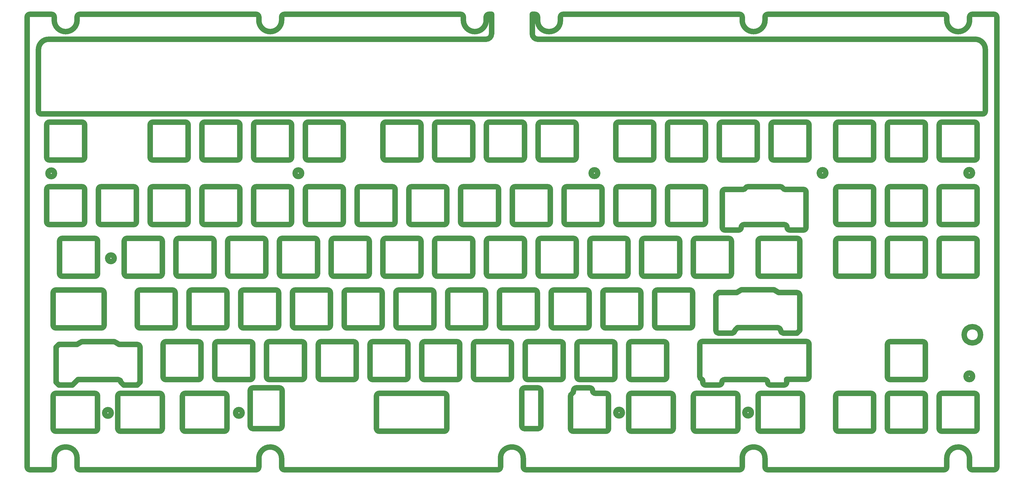
<source format=gbr>
%TF.GenerationSoftware,KiCad,Pcbnew,7.0.5*%
%TF.CreationDate,2023-07-12T21:54:34+02:00*%
%TF.ProjectId,Strata_ANSI,53747261-7461-45f4-914e-53492e6b6963,rev?*%
%TF.SameCoordinates,Original*%
%TF.FileFunction,Soldermask,Top*%
%TF.FilePolarity,Negative*%
%FSLAX46Y46*%
G04 Gerber Fmt 4.6, Leading zero omitted, Abs format (unit mm)*
G04 Created by KiCad (PCBNEW 7.0.5) date 2023-07-12 21:54:34*
%MOMM*%
%LPD*%
G01*
G04 APERTURE LIST*
%ADD10C,2.000000*%
G04 APERTURE END LIST*
D10*
X219872390Y114468720D02*
X214872387Y114468752D01*
X102960225Y98419455D02*
X102960301Y110419462D01*
X307748108Y141280675D02*
X307748184Y153280682D01*
X118577487Y191840370D02*
X118577291Y193041252D01*
X86578602Y41269529D02*
X86578678Y53269535D01*
X8997514Y73320093D02*
G75*
G03*
X7997507Y72320045I86J-1000093D01*
G01*
X111484859Y40269370D02*
X87578596Y40269522D01*
X287698180Y154280810D02*
X275698173Y154280886D01*
X255648156Y153281013D02*
X255648080Y141281007D01*
X17235451Y141282524D02*
X17235527Y153282530D01*
X179447402Y41268938D02*
X179447479Y53268944D01*
X121010590Y154281871D02*
X109010583Y154281947D01*
X113772692Y92369383D02*
X125772698Y92369307D01*
X293747949Y117468252D02*
G75*
G03*
X294747943Y116468245I1000059J52D01*
G01*
X99485338Y116469487D02*
X111485344Y116469411D01*
X127060195Y98419302D02*
G75*
G03*
X128060232Y97419295I1000005J-2D01*
G01*
X130535443Y130469297D02*
X118535437Y130469374D01*
X237748414Y115468607D02*
G75*
G03*
X236748412Y116468614I-1000114J-107D01*
G01*
X275698022Y130468373D02*
G75*
G03*
X274698015Y129468379I13J-1000020D01*
G01*
X103247482Y60319433D02*
X103247559Y72319439D01*
X146110274Y98419181D02*
G75*
G03*
X147110242Y97419174I1000026J19D01*
G01*
X20997521Y73319963D02*
X8997514Y73320040D01*
X213872352Y115468759D02*
G75*
G03*
X214872387Y114468752I1000048J41D01*
G01*
X31522392Y53269885D02*
G75*
G03*
X30522405Y54269892I-1000092J-85D01*
G01*
X61385406Y130469737D02*
X73385413Y130469661D01*
X293747828Y98418241D02*
X293747904Y110418248D01*
X-30363287Y57321540D02*
X-31363627Y58321200D01*
X16235533Y154282537D02*
X4235527Y154282614D01*
X166160341Y111419060D02*
X178160348Y111418984D01*
X164872713Y91369058D02*
X164872637Y79369051D01*
X219641195Y53268688D02*
G75*
G03*
X218641256Y54268695I-999995J12D01*
G01*
X73385323Y116469653D02*
X61385317Y116469730D01*
X93435341Y117469526D02*
X93435417Y129469533D01*
X293747464Y41268210D02*
G75*
G03*
X294747458Y40268204I999970J-36D01*
G01*
X242456181Y110418581D02*
G75*
G03*
X241456188Y111418581I-1000081J-81D01*
G01*
X255647807Y98418484D02*
G75*
G03*
X256647801Y97418477I999973J-34D01*
G01*
X166134923Y55269030D02*
G75*
G03*
X167134978Y54269023I1000077J70D01*
G01*
X269648008Y129468411D02*
G75*
G03*
X268648018Y130468418I-1000088J-81D01*
G01*
X63860197Y97419696D02*
G75*
G03*
X64860204Y98419698I3J1000004D01*
G01*
X42335547Y154282360D02*
G75*
G03*
X41335540Y153282377I-47J-999960D01*
G01*
X70910201Y97419659D02*
X82910207Y97419582D01*
X179160342Y110418977D02*
X179160266Y98418970D01*
X68622578Y78369715D02*
G75*
G03*
X69622585Y79369657I122J999885D01*
G01*
X137585447Y130469260D02*
G75*
G03*
X136585440Y129469258I-47J-999960D01*
G01*
X-31483879Y54270286D02*
G75*
G03*
X-32483886Y53270293I-21J-999986D01*
G01*
X274698089Y141280886D02*
G75*
G03*
X275698084Y140280879I999961J-46D01*
G01*
X-13721199Y91370194D02*
G75*
G03*
X-14721127Y92370201I-1000001J6D01*
G01*
X275697658Y73318339D02*
G75*
G03*
X274697651Y72318348I-28J-999979D01*
G01*
X158016217Y53269081D02*
X158016141Y41269074D01*
X60097535Y72319714D02*
X60097459Y60319707D01*
X164872664Y91369058D02*
G75*
G03*
X163872719Y92369064I-999964J42D01*
G01*
X306747554Y54268135D02*
X294747547Y54268211D01*
X242456182Y97419031D02*
X229455870Y97418650D01*
X313959952Y194039839D02*
X305945995Y194039890D01*
X68622578Y78369663D02*
X56622572Y78369739D01*
X293748025Y129468258D02*
X293747949Y117468252D01*
X306747465Y40268127D02*
G75*
G03*
X307747471Y41268121I-38J1000044D01*
G01*
X195828737Y53268840D02*
X195828661Y41268834D01*
X-16102340Y98420213D02*
X-16102263Y110420219D01*
X44810187Y97419825D02*
X32810180Y97419901D01*
X122010311Y110419341D02*
X122010235Y98419334D01*
X-20864493Y153282773D02*
X-20864570Y141282766D01*
X268648018Y130468418D02*
X256648011Y130468495D01*
X75672671Y92369636D02*
G75*
G03*
X74672664Y91369632I-71J-999936D01*
G01*
X232950284Y92461040D02*
X233816480Y91961335D01*
X32810269Y111419909D02*
X44810276Y111419832D01*
X194828654Y40268839D02*
X180447396Y40268931D01*
X17235424Y129470018D02*
G75*
G03*
X16235382Y130470024I-999924J82D01*
G01*
X175685468Y130469039D02*
G75*
G03*
X174685461Y129469016I-68J-999939D01*
G01*
X26760254Y110419947D02*
G75*
G03*
X25760266Y111419954I-999954J53D01*
G01*
X288697461Y41268243D02*
X288697538Y53268249D01*
X203259991Y53268793D02*
X203259915Y41268786D01*
X206735395Y116468805D02*
X194735389Y116468881D01*
X-30102271Y110420308D02*
X-30102347Y98420302D01*
X218641256Y54268695D02*
X204259998Y54268787D01*
X-23667006Y27075231D02*
G75*
G03*
X-22667026Y26075394I999906J69D01*
G01*
X74385482Y141282160D02*
X74385558Y153282167D01*
X40078583Y42269825D02*
X40078666Y55269832D01*
X-33864494Y154282856D02*
X-21864487Y154282780D01*
X59016868Y135421801D02*
G75*
G03*
X59016868Y135421801I-1200000J0D01*
G01*
X165160258Y98419060D02*
X165160335Y110419066D01*
X184210268Y98418938D02*
X184210345Y110418945D01*
X179447600Y72318955D02*
X179447523Y60318948D01*
X204260362Y111418818D02*
X216260368Y111418741D01*
X168635464Y130469055D02*
X156635457Y130469131D01*
X47097535Y73319772D02*
G75*
G03*
X46097528Y72319803I-35J-999972D01*
G01*
X288697582Y60318253D02*
X288697659Y72318259D01*
X212728272Y57318735D02*
X207728270Y57318766D01*
X309745959Y157280671D02*
G75*
G03*
X310745965Y158280665I-58J1000064D01*
G01*
X42254974Y26075020D02*
G75*
G03*
X43254980Y27075143I126J999880D01*
G01*
X43254980Y27075143D02*
X43254458Y30274265D01*
X155635424Y117469130D02*
G75*
G03*
X156635368Y116469124I1000076J70D01*
G01*
X230623671Y26073781D02*
X295545671Y26073368D01*
X230623995Y194040411D02*
G75*
G03*
X229623989Y193040207I105J-1000111D01*
G01*
X269647888Y110418401D02*
G75*
G03*
X268647897Y111418408I-1000088J-81D01*
G01*
X-17102347Y97420240D02*
G75*
G03*
X-16102340Y98420213I47J999960D01*
G01*
X294747547Y54268211D02*
G75*
G03*
X293747540Y53268217I-57J-999950D01*
G01*
X156635457Y130469049D02*
G75*
G03*
X155635451Y129469137I-57J-999949D01*
G01*
X146110248Y98419181D02*
X146110324Y110419187D01*
X111484859Y40269334D02*
G75*
G03*
X112484866Y41269364I-59J1000066D01*
G01*
X7710173Y98420061D02*
X7710249Y110420068D01*
X214728286Y59318721D02*
G75*
G03*
X213728279Y58318729I114J-1000121D01*
G01*
X274697817Y98418363D02*
G75*
G03*
X275697811Y97418356I1000018J11D01*
G01*
X-5289840Y97420144D02*
X6710166Y97420067D01*
X188972650Y79368898D02*
X188972726Y91368904D01*
X165134990Y56269037D02*
X160134987Y56269069D01*
X219872390Y114468703D02*
G75*
G03*
X220872397Y115468714I10J999997D01*
G01*
X-14721217Y78370110D02*
G75*
G03*
X-13721210Y79370187I17J999990D01*
G01*
X229623164Y30274502D02*
G75*
G03*
X221223156Y30273133I-4200004J-702D01*
G01*
X7997507Y72320045D02*
X7997431Y60320039D01*
X17522582Y79369989D02*
G75*
G03*
X18522551Y78369982I1000018J11D01*
G01*
X-16102605Y53270189D02*
G75*
G03*
X-17102621Y54270195I-999995J11D01*
G01*
X117535366Y117469373D02*
G75*
G03*
X118535348Y116469366I1000034J27D01*
G01*
X242456182Y110418581D02*
X242456182Y97419031D01*
X46097451Y60319797D02*
X46097528Y72319803D01*
X159110521Y140281672D02*
G75*
G03*
X160110528Y141281615I79J999928D01*
G01*
X193735623Y153281407D02*
X193735546Y141281401D01*
X131822695Y91369268D02*
X131822619Y79369261D01*
X22285302Y117469979D02*
X22285379Y129469985D01*
X23285385Y130469980D02*
X35285392Y130469903D01*
X172016198Y53268992D02*
G75*
G03*
X171016230Y54268998I-999998J8D01*
G01*
X54335465Y140282287D02*
X42335458Y140282364D01*
X223310493Y130468665D02*
G75*
G03*
X222444464Y129968712I7J-1000065D01*
G01*
X147078724Y55269151D02*
X147078641Y42269144D01*
X-33864494Y154282901D02*
G75*
G03*
X-34864501Y153282862I94J-1000101D01*
G01*
X158575593Y54166779D02*
G75*
G03*
X159134979Y55064457I-440493J897621D01*
G01*
X7710275Y110420068D02*
G75*
G03*
X6710255Y111420075I-999975J32D01*
G01*
X306016838Y135545167D02*
G75*
G03*
X306016838Y135545167I-1200000J0D01*
G01*
X269648171Y153280924D02*
G75*
G03*
X268648169Y154280931I-999911J96D01*
G01*
X166160341Y111419065D02*
G75*
G03*
X165160335Y110419066I-41J-999965D01*
G01*
X36285386Y129469896D02*
X36285310Y117469890D01*
X217260341Y110418734D02*
G75*
G03*
X216260368Y111418741I-999941J66D01*
G01*
X35285303Y116469896D02*
X23285296Y116469972D01*
X296545989Y193040119D02*
G75*
G03*
X295545995Y194039956I-1000001J-164D01*
G01*
X256648011Y130468495D02*
G75*
G03*
X255648005Y129468501I-11J-999995D01*
G01*
X147110604Y154281703D02*
G75*
G03*
X146110597Y153281710I-4J-1000003D01*
G01*
X80435327Y116469608D02*
X92435334Y116469532D01*
X122010247Y110419341D02*
G75*
G03*
X121010317Y111419347I-999947J59D01*
G01*
X11472637Y92370034D02*
X-527370Y92370111D01*
X158575592Y54166781D02*
G75*
G03*
X158016217Y53269081I440608J-897681D01*
G01*
X255647807Y98418484D02*
X255647883Y110418490D01*
X204259998Y54268709D02*
G75*
G03*
X203259991Y53268793I2J-1000009D01*
G01*
X206728275Y58318773D02*
X206728277Y58631302D01*
X307747956Y117468163D02*
X307748033Y129468169D01*
X174685612Y153281529D02*
X174685536Y141281522D01*
X252016844Y135518196D02*
G75*
G03*
X252016844Y135518196I-1200000J0D01*
G01*
X43255369Y193041732D02*
G75*
G03*
X42255298Y194041569I-1000069J-232D01*
G01*
X305945995Y194039890D02*
G75*
G03*
X304945989Y193039727I46J-1000052D01*
G01*
X131535397Y129469290D02*
G75*
G03*
X130535443Y130469297I-999997J10D01*
G01*
X244837280Y59409635D02*
X237604299Y59409630D01*
X74385407Y129469654D02*
X74385330Y117469647D01*
X18522640Y92369966D02*
G75*
G03*
X17522634Y91369995I-40J-999966D01*
G01*
X268647808Y97418400D02*
X256647801Y97418477D01*
X131239322Y26074372D02*
G75*
G03*
X132239328Y27074577I-22J1000028D01*
G01*
X121010501Y140281792D02*
G75*
G03*
X122010508Y141281857I-1J1000008D01*
G01*
X169635455Y129469048D02*
G75*
G03*
X168635464Y130469055I-999955J52D01*
G01*
X4235375Y130470132D02*
G75*
G03*
X3235368Y129470107I-75J-999932D01*
G01*
X296545677Y27073531D02*
X296545156Y30272653D01*
X174685615Y141281522D02*
G75*
G03*
X175685530Y140281515I999885J-122D01*
G01*
X12760176Y98420029D02*
X12760252Y110420036D01*
X-1487289Y57331355D02*
X-6487289Y57329655D01*
X49572568Y78369825D02*
G75*
G03*
X50572575Y79369778I-68J1000075D01*
G01*
X218641167Y40268726D02*
G75*
G03*
X219641174Y41268682I-67J1000074D01*
G01*
X-37866723Y158282883D02*
G75*
G03*
X-36866728Y157282877I1000023J17D01*
G01*
X73385475Y140282218D02*
G75*
G03*
X74385482Y141282160I125J999882D01*
G01*
X36285403Y129469896D02*
G75*
G03*
X35285392Y130469903I-1000103J-96D01*
G01*
X60097621Y72319714D02*
G75*
G03*
X59097541Y73319721I-1000121J-114D01*
G01*
X244748576Y128468569D02*
G75*
G03*
X243748498Y129468576I-1000076J-69D01*
G01*
X287697454Y40268248D02*
G75*
G03*
X288697461Y41268243I-35J1000042D01*
G01*
X128939225Y194041017D02*
X127977298Y194041023D01*
X275697569Y59318335D02*
X287697576Y59318259D01*
X122297493Y60319312D02*
X122297569Y72319318D01*
X54335465Y140282328D02*
G75*
G03*
X55335472Y141282282I-65J1000072D01*
G01*
X31810201Y98419908D02*
G75*
G03*
X32810180Y97419901I999899J-108D01*
G01*
X245835583Y153281076D02*
G75*
G03*
X244835657Y154281083I-999983J24D01*
G01*
X-37866722Y158282883D02*
X-37866577Y181060074D01*
X-14721127Y92370201D02*
X-31483637Y92370308D01*
X307747548Y53268128D02*
G75*
G03*
X306747554Y54268135I-999924J83D01*
G01*
X275698084Y140280879D02*
X287698091Y140280802D01*
X188685544Y141281433D02*
X188685620Y153281439D01*
X237748400Y115468607D02*
G75*
G03*
X238748400Y114468600I999900J-107D01*
G01*
X220084430Y91956667D02*
X219218574Y91456373D01*
X74672618Y79369625D02*
G75*
G03*
X75672582Y78369618I999882J-125D01*
G01*
X195828747Y53268840D02*
G75*
G03*
X194828743Y54268847I-999947J60D01*
G01*
X-15814718Y117470221D02*
X-15814642Y129470228D01*
X-34084553Y184842050D02*
X126939166Y184841025D01*
X227072759Y98418666D02*
G75*
G03*
X228072786Y97418659I1000041J34D01*
G01*
X28047435Y59319911D02*
X40047442Y59319835D01*
X211517384Y77453755D02*
X211512965Y90453754D01*
X-21864728Y116470321D02*
G75*
G03*
X-20864721Y117470254I128J999879D01*
G01*
X130535354Y116469339D02*
G75*
G03*
X131535361Y117469284I-54J1000061D01*
G01*
X255648100Y141281007D02*
G75*
G03*
X256648074Y140281000I999900J-107D01*
G01*
X125772609Y78369284D02*
G75*
G03*
X126772616Y79369294I-9J1000016D01*
G01*
X60385542Y141282249D02*
G75*
G03*
X61385468Y140282242I1000058J51D01*
G01*
X98485287Y117469494D02*
G75*
G03*
X99485338Y116469487I1000013J6D01*
G01*
X97197473Y59319520D02*
G75*
G03*
X98197480Y60319465I127J999880D01*
G01*
X69910283Y110419672D02*
X69910207Y98419666D01*
X142347497Y59319184D02*
X154347504Y59319107D01*
X-17102621Y54270195D02*
X-31483879Y54270287D01*
X274697651Y72318348D02*
X274697575Y60318342D01*
X42335396Y130469858D02*
X54335402Y130469782D01*
X121010228Y97419265D02*
G75*
G03*
X122010235Y98419334I-28J1000035D01*
G01*
X221872404Y116468703D02*
G75*
G03*
X220872397Y115468714I-4J-1000003D01*
G01*
X55335396Y129469775D02*
X55335320Y117469769D01*
X-20864645Y129470260D02*
X-20864721Y117470254D01*
X16235293Y116470001D02*
G75*
G03*
X17235299Y117470011I7J999999D01*
G01*
X-8198336Y72329074D02*
X-9064531Y72828780D01*
X234682675Y91461629D02*
X241388624Y91463908D01*
X163872630Y78369063D02*
G75*
G03*
X164872637Y79369051I-30J1000037D01*
G01*
X177102303Y47136882D02*
G75*
G03*
X177102303Y47136882I-1200000J0D01*
G01*
X13760259Y111419948D02*
G75*
G03*
X12760252Y110420036I-59J-999948D01*
G01*
X227072504Y53268641D02*
X227072428Y41268635D01*
X59097452Y59319713D02*
X47097446Y59319790D01*
X294748032Y130468252D02*
G75*
G03*
X293748025Y129468258I9J-1000016D01*
G01*
X27047517Y72319924D02*
X27047441Y60319918D01*
X268647444Y40268370D02*
X256647438Y40268446D01*
X179447541Y60318948D02*
G75*
G03*
X180447518Y59318941I1000059J52D01*
G01*
X140078582Y42269189D02*
G75*
G03*
X141078631Y41269182I1000018J11D01*
G01*
X64860311Y110419704D02*
G75*
G03*
X63860286Y111419711I-1000111J-104D01*
G01*
X268648080Y140280913D02*
G75*
G03*
X269648087Y141280918I120J999887D01*
G01*
X274697939Y117468373D02*
G75*
G03*
X275697933Y116468366I1000016J9D01*
G01*
X-13721210Y79370187D02*
X-13721133Y91370194D01*
X306054305Y60529176D02*
G75*
G03*
X306054305Y60529176I-1200000J0D01*
G01*
X55335548Y153282288D02*
X55335472Y141282282D01*
X46097390Y60319797D02*
G75*
G03*
X47097446Y59319790I1000010J3D01*
G01*
X65147462Y60319675D02*
X65147538Y72319682D01*
X78147462Y59319631D02*
G75*
G03*
X79147469Y60319586I-62J1000069D01*
G01*
X159016135Y40269067D02*
X171016141Y40268991D01*
X-23666708Y193041819D02*
X-23666513Y191842697D01*
X171016141Y40268952D02*
G75*
G03*
X172016148Y41268985I-41J1000048D01*
G01*
X161397596Y73319110D02*
G75*
G03*
X160397590Y72319076I104J-1000110D01*
G01*
X6709803Y40270091D02*
G75*
G03*
X7709809Y41270031I97J999909D01*
G01*
X170922634Y78369012D02*
X182922640Y78368936D01*
X288697946Y117468284D02*
X288698022Y129468290D01*
X229604294Y59318628D02*
X214728286Y59318723D01*
X60385551Y153282256D02*
X60385474Y141282249D01*
X61385558Y154282249D02*
G75*
G03*
X60385551Y153282256I-58J-999949D01*
G01*
X293747828Y98418241D02*
G75*
G03*
X294747822Y97418234I1000064J57D01*
G01*
X232835650Y154281157D02*
G75*
G03*
X231835643Y153281165I-50J-999957D01*
G01*
X155635451Y129469137D02*
X155635374Y117469130D01*
X203260310Y98418817D02*
G75*
G03*
X204260273Y97418810I999890J-117D01*
G01*
X69622671Y91369664D02*
G75*
G03*
X68622668Y92369671I-999971J36D01*
G01*
X-33864645Y130470343D02*
X-21864639Y130470267D01*
X50834833Y41269760D02*
G75*
G03*
X51834840Y42269750I-33J1000040D01*
G01*
X8997425Y59320032D02*
X20997432Y59319956D01*
X245837342Y72409643D02*
G75*
G03*
X244837270Y73409642I-999942J57D01*
G01*
X306747949Y116468168D02*
G75*
G03*
X307747956Y117468163I-40J1000047D01*
G01*
X151872712Y92369141D02*
X163872719Y92369064D01*
X188685533Y129468927D02*
G75*
G03*
X187685474Y130468933I-999933J73D01*
G01*
X132822702Y92369305D02*
G75*
G03*
X131822695Y91369268I98J-1000105D01*
G01*
X13760259Y111420030D02*
X25760266Y111419954D01*
X268647808Y97418385D02*
G75*
G03*
X269647815Y98418395I-8J1000015D01*
G01*
X-21864576Y140282772D02*
X-33864583Y140282849D01*
X88960237Y98419544D02*
G75*
G03*
X89960211Y97419537I1000063J56D01*
G01*
X150872633Y79369140D02*
G75*
G03*
X151872623Y78369133I1000067J60D01*
G01*
X159110249Y97419097D02*
X147110242Y97419174D01*
X16235293Y116470017D02*
X4235286Y116470093D01*
X88672596Y79369536D02*
X88672672Y91369542D01*
X180447607Y73319000D02*
G75*
G03*
X179447600Y72318955I93J-1000100D01*
G01*
X-487629Y58331694D02*
X-1487289Y57331355D01*
X140639348Y27074185D02*
G75*
G03*
X141639322Y26074348I1000052J215D01*
G01*
X161397507Y59319062D02*
X173397514Y59318986D01*
X35285303Y116469890D02*
G75*
G03*
X36285310Y117469890I-3J1000010D01*
G01*
X145939613Y184840904D02*
X306964134Y184839879D01*
X146078634Y41269159D02*
G75*
G03*
X147078641Y42269144I-34J1000041D01*
G01*
X269647527Y53268370D02*
G75*
G03*
X268647533Y54268377I-1000007J0D01*
G01*
X140638807Y30275068D02*
X140639329Y27074185D01*
X97197473Y59319471D02*
X85197466Y59319547D01*
X31522613Y91369906D02*
G75*
G03*
X30522647Y92369913I-1000013J-6D01*
G01*
X37572651Y92369856D02*
G75*
G03*
X36572644Y91369874I-51J-999956D01*
G01*
X-34864664Y117470343D02*
G75*
G03*
X-33864734Y116470336I1000064J57D01*
G01*
X141060549Y153281742D02*
G75*
G03*
X140060600Y154281749I-999949J58D01*
G01*
X-2814718Y116470138D02*
X-14814724Y116470214D01*
X79147546Y72319593D02*
X79147469Y60319586D01*
X-32066487Y191841328D02*
G75*
G03*
X-23666513Y191842697I4199987J672D01*
G01*
X194735541Y140281394D02*
X206735547Y140281318D01*
X136585364Y117469252D02*
X136585440Y129469258D01*
X180447518Y59318941D02*
X192447524Y59318865D01*
X269647891Y110418401D02*
X269647815Y98418395D01*
X16235444Y140282449D02*
G75*
G03*
X17235451Y141282524I-44J1000051D01*
G01*
X89960484Y140282061D02*
X101960490Y140281984D01*
X7997432Y60320039D02*
G75*
G03*
X8997425Y59320032I1000068J61D01*
G01*
X122297505Y60319312D02*
G75*
G03*
X123297487Y59319305I999895J-112D01*
G01*
X236393722Y76462210D02*
X235686516Y76754863D01*
X55335482Y129469775D02*
G75*
G03*
X54335402Y130469782I-1000082J-75D01*
G01*
X256647890Y111418484D02*
X268647897Y111418408D01*
X245837271Y72409643D02*
X245837280Y60409636D01*
X-33864645Y130470252D02*
G75*
G03*
X-34864652Y129470349I-55J-999952D01*
G01*
X288697538Y53268249D02*
G75*
G03*
X287697543Y54268256I-999967J40D01*
G01*
X140060238Y97419255D02*
G75*
G03*
X141060245Y98419213I-38J1000045D01*
G01*
X227072792Y98418666D02*
X227072868Y110418672D01*
X141078727Y56269190D02*
X146078730Y56269158D01*
X-32483700Y79370307D02*
G75*
G03*
X-31483726Y78370300I999900J-107D01*
G01*
X-23667542Y30276114D02*
X-23667020Y27075231D01*
X-7780762Y59036322D02*
X-7487628Y58329315D01*
X173397603Y73318994D02*
X161397596Y73319070D01*
X245835651Y153281076D02*
X245835574Y141281069D01*
X-41035460Y26075510D02*
X-33067026Y26075460D01*
X229455870Y97418650D02*
X228072786Y97418659D01*
X106722599Y78369421D02*
X94722593Y78369497D01*
X101960579Y154281992D02*
X89960573Y154282068D01*
X83910214Y98419577D02*
X83910291Y110419583D01*
X51655014Y27074751D02*
G75*
G03*
X52654974Y26074914I999886J49D01*
G01*
X307747912Y110418159D02*
G75*
G03*
X306747917Y111418166I-1000003J4D01*
G01*
X-30368386Y72321539D02*
X-23662437Y72323818D01*
X31810186Y98419908D02*
X31810263Y110419915D01*
X170922723Y92368984D02*
G75*
G03*
X169922716Y91369025I-23J-999984D01*
G01*
X313986987Y26073250D02*
G75*
G03*
X314986994Y27073413I79J999928D01*
G01*
X287697818Y97418279D02*
X275697811Y97418356D01*
X50860273Y110419793D02*
X50860196Y98419787D01*
X-8487968Y59328975D02*
X-23363967Y59323919D01*
X155347615Y72319108D02*
G75*
G03*
X154347593Y73319115I-1000115J-108D01*
G01*
X175685379Y116469002D02*
X187685385Y116468926D01*
X88960566Y153282074D02*
X88960490Y141282068D01*
X80435416Y130469591D02*
G75*
G03*
X79435409Y129469622I-16J-999991D01*
G01*
X242388964Y90464248D02*
X242393382Y77464249D01*
X307747912Y110418159D02*
X307747835Y98418152D01*
X150872629Y79369140D02*
X150872706Y91369147D01*
X131822554Y79369261D02*
G75*
G03*
X132822613Y78369254I1000046J39D01*
G01*
X30522405Y54269892D02*
X16141147Y54269984D01*
X287697818Y97418279D02*
G75*
G03*
X288697825Y98418273I6J1000001D01*
G01*
X-41062496Y194042102D02*
G75*
G03*
X-42062502Y193041936I-4J-1000002D01*
G01*
X305945671Y26073302D02*
X313986987Y26073250D01*
X218517384Y77456134D02*
X219517044Y78456474D01*
X3235292Y117470100D02*
X3235368Y129470107D01*
X-31983120Y135376350D02*
G75*
G03*
X-31983120Y135376350I-1200000J0D01*
G01*
X304945156Y30274022D02*
X304945677Y27073139D01*
X127060238Y98419302D02*
X127060314Y110419308D01*
X121010228Y97419340D02*
X109010221Y97419416D01*
X145822626Y79369172D02*
X145822703Y91369179D01*
X212517724Y76454094D02*
X211810518Y76746747D01*
X112772576Y79369383D02*
G75*
G03*
X113772603Y78369376I1000024J17D01*
G01*
X84197447Y60319554D02*
G75*
G03*
X85197466Y59319547I1000053J46D01*
G01*
X6710166Y97420027D02*
G75*
G03*
X7710173Y98420061I-66J1000073D01*
G01*
X202972722Y91368815D02*
G75*
G03*
X201972740Y92368822I-999922J85D01*
G01*
X234393043Y78461530D02*
X235100249Y78168877D01*
X126772707Y91369300D02*
G75*
G03*
X125772698Y92369307I-1000107J-100D01*
G01*
X294748095Y140280758D02*
X306748101Y140280681D01*
X229623681Y27073618D02*
G75*
G03*
X230623671Y26073781I999919J82D01*
G01*
X52654974Y26074914D02*
X131239322Y26074414D01*
X18522551Y78369982D02*
X30522558Y78369905D01*
X187685537Y140281356D02*
G75*
G03*
X188685544Y141281433I-37J1000044D01*
G01*
X25760177Y97419946D02*
X13760170Y97420022D01*
X243453744Y53268537D02*
G75*
G03*
X242453769Y54268544I-999944J63D01*
G01*
X194735478Y130468929D02*
G75*
G03*
X193735471Y129468894I-78J-999929D01*
G01*
X75672582Y78369618D02*
X87672589Y78369542D01*
X192447613Y73318872D02*
X180447607Y73318949D01*
X293748177Y153280771D02*
X293748100Y141280764D01*
X147110331Y111419181D02*
X159110338Y111419105D01*
X127060518Y141281825D02*
G75*
G03*
X128060504Y140281818I999882J-125D01*
G01*
X-22796581Y72824113D02*
X-21930726Y73324407D01*
X85197555Y73319552D02*
G75*
G03*
X84197548Y72319561I-55J-999952D01*
G01*
X41335464Y141282371D02*
G75*
G03*
X42335458Y140282364I1000036J29D01*
G01*
X16141147Y54269960D02*
G75*
G03*
X15141140Y53269990I-47J-999960D01*
G01*
X295545995Y194039956D02*
X230623995Y194040370D01*
X-15814686Y117470221D02*
G75*
G03*
X-14814724Y116470214I999886J-121D01*
G01*
X-32066513Y191841328D02*
X-32066709Y193042211D01*
X111485433Y130469418D02*
X99485427Y130469495D01*
X304945989Y193039727D02*
X304946184Y191840605D01*
X207735625Y153281318D02*
G75*
G03*
X206735636Y154281325I-999925J82D01*
G01*
X185210352Y111418855D02*
G75*
G03*
X184210345Y110418945I-52J-999955D01*
G01*
X193735395Y117468888D02*
X193735471Y129468894D01*
X22285385Y141282492D02*
G75*
G03*
X23285448Y140282485I1000015J8D01*
G01*
X179160284Y110418977D02*
G75*
G03*
X178160348Y111418984I-999984J23D01*
G01*
X51834864Y55269757D02*
G75*
G03*
X50834928Y56269764I-999964J43D01*
G01*
X21997463Y72319956D02*
G75*
G03*
X20997521Y73319963I-999963J44D01*
G01*
X-30102405Y98420302D02*
G75*
G03*
X-29102353Y97420295I1000005J-2D01*
G01*
X219641174Y41268682D02*
X219641250Y53268688D01*
X136297576Y72319229D02*
X136297500Y60319223D01*
X51654458Y30275634D02*
X51654980Y27074751D01*
X109010311Y111419496D02*
G75*
G03*
X108010304Y110419430I89J-1000096D01*
G01*
X3235520Y153282620D02*
X3235443Y141282613D01*
X268647929Y116468464D02*
G75*
G03*
X269647936Y117468405I-29J1000036D01*
G01*
X220950285Y92456962D02*
X232950284Y92461040D01*
X237042545Y129468619D02*
X243748498Y129468576D01*
X-33066702Y194042048D02*
X-41062496Y194042099D01*
X242453769Y54268544D02*
X228072511Y54268635D01*
X-32067020Y27075623D02*
X-32067541Y30274745D01*
X225785557Y140281236D02*
G75*
G03*
X226785564Y141281191I-57J1000064D01*
G01*
X217260363Y110418734D02*
X217260286Y98418728D01*
X35285543Y154282416D02*
X23285537Y154282492D01*
X-32066752Y193042211D02*
G75*
G03*
X-33066702Y194042048I-999948J-111D01*
G01*
X140638813Y30275068D02*
G75*
G03*
X132238807Y30273699I-4200003J-718D01*
G01*
X56622661Y92369747D02*
X68622668Y92369671D01*
X243453687Y41268530D02*
X243453763Y53268537D01*
X117577298Y194041089D02*
X52655298Y194041503D01*
X220223671Y26073823D02*
G75*
G03*
X221223677Y27074010I-71J1000077D01*
G01*
X136585345Y117469252D02*
G75*
G03*
X137585358Y116469245I1000055J48D01*
G01*
X50834833Y41269756D02*
X41078577Y41269818D01*
X174685461Y129469016D02*
X174685385Y117469009D01*
X22285272Y117469979D02*
G75*
G03*
X23285296Y116469972I1000028J21D01*
G01*
X206643499Y73409600D02*
G75*
G03*
X205643500Y72409615I1J-1000000D01*
G01*
X36572561Y79369867D02*
G75*
G03*
X37572562Y78369861I1000039J33D01*
G01*
X147078658Y55269151D02*
G75*
G03*
X146078730Y56269158I-999958J49D01*
G01*
X55622539Y79369746D02*
G75*
G03*
X56622572Y78369739I1000061J54D01*
G01*
X218224731Y76748927D02*
X217517724Y76455794D01*
X101960307Y111419469D02*
X89960300Y111419545D01*
X16141058Y40269976D02*
X30522315Y40269885D01*
X15141076Y41269983D02*
G75*
G03*
X16141058Y40269976I1000024J17D01*
G01*
X63860286Y111419711D02*
X51860280Y111419787D01*
X108010227Y98419423D02*
X108010304Y110419430D01*
X214872483Y129468760D02*
X221578435Y129468717D01*
X74672664Y91369632D02*
X74672588Y79369625D01*
X70910290Y111419717D02*
G75*
G03*
X69910283Y110419672I110J-1000117D01*
G01*
X128060594Y154281826D02*
X140060600Y154281749D01*
X203259879Y41268786D02*
G75*
G03*
X204259909Y40268779I1000021J14D01*
G01*
X41335313Y117469858D02*
X41335389Y129469864D01*
X140078637Y42269189D02*
X140078720Y55269196D01*
X23285537Y154282470D02*
G75*
G03*
X22285530Y153282498I-37J-999970D01*
G01*
X87672678Y92369549D02*
X75672671Y92369626D01*
X141060594Y153281742D02*
X141060518Y141281736D01*
X89960573Y154282034D02*
G75*
G03*
X88960566Y153282074I-73J-999934D01*
G01*
X256647527Y54268454D02*
X268647533Y54268377D01*
X-29102353Y97420295D02*
X-17102347Y97420219D01*
X155301995Y194040911D02*
G75*
G03*
X154301989Y193040686I105J-1000111D01*
G01*
X146110597Y153281710D02*
X146110521Y141281704D01*
X61385468Y140282242D02*
X73385475Y140282166D01*
X41078673Y56269834D02*
G75*
G03*
X40078666Y55269832I-73J-999934D01*
G01*
X-31483968Y40270279D02*
X-17102710Y40270188D01*
X225785646Y154281204D02*
X213785640Y154281280D01*
X206735547Y140281346D02*
G75*
G03*
X207735554Y141281312I-47J1000054D01*
G01*
X21997438Y60319950D02*
X21997515Y72319956D01*
X205643508Y60409608D02*
X205643500Y72409615D01*
X-9995898Y104062568D02*
G75*
G03*
X-9995898Y104062568I-1200000J0D01*
G01*
X274698015Y129468379D02*
X274697939Y117468373D01*
X108010576Y153281953D02*
X108010500Y141281946D01*
X98197578Y72319472D02*
G75*
G03*
X97197562Y73319478I-999978J28D01*
G01*
X151872712Y92369194D02*
G75*
G03*
X150872706Y91369147I88J-1000094D01*
G01*
X221224184Y191839716D02*
X221223989Y193040599D01*
X-14814635Y130470242D02*
G75*
G03*
X-15814642Y129470228I35J-1000042D01*
G01*
X201972650Y78368843D02*
G75*
G03*
X202972657Y79368809I-50J1000057D01*
G01*
X127977298Y194041008D02*
G75*
G03*
X126977292Y193040860I102J-1000108D01*
G01*
X-25363287Y57323239D02*
X-30363287Y57321540D01*
X169635382Y117469041D02*
X169635458Y129469048D01*
X275697448Y40268325D02*
X287697454Y40268248D01*
X255647927Y117468494D02*
G75*
G03*
X256647922Y116468487I999973J-34D01*
G01*
X112484942Y53269370D02*
X112484866Y41269364D01*
X-527370Y92370077D02*
G75*
G03*
X-1527377Y91370116I-30J-999977D01*
G01*
X-8487968Y59328975D02*
X-7780762Y59036322D01*
X60385323Y117469737D02*
X60385399Y129469743D01*
X-34084553Y184841977D02*
G75*
G03*
X-37866577Y181060074I-47J-3781977D01*
G01*
X228072422Y40268628D02*
X242453680Y40268536D01*
X232835650Y154281159D02*
X244835657Y154281083D01*
X145822786Y91369179D02*
G75*
G03*
X144822709Y92369186I-1000086J-79D01*
G01*
X212512625Y91454094D02*
X219218574Y91456373D01*
X256648074Y140281000D02*
X268648080Y140280924D01*
X-8671472Y41270135D02*
G75*
G03*
X-7671455Y40270128I1000072J65D01*
G01*
X274698166Y153280892D02*
X274698090Y141280886D01*
X154347593Y73319115D02*
X142347586Y73319191D01*
X12760222Y98420029D02*
G75*
G03*
X13760170Y97420022I1000078J71D01*
G01*
X111485344Y116469449D02*
G75*
G03*
X112485351Y117469405I-44J1000051D01*
G01*
X74385361Y129469654D02*
G75*
G03*
X73385413Y130469661I-999961J46D01*
G01*
X-24363627Y58323579D02*
X-25363287Y57323239D01*
X288698174Y153280803D02*
G75*
G03*
X287698180Y154280810I-1000033J-26D01*
G01*
X56622661Y92369746D02*
G75*
G03*
X55622654Y91369753I-61J-999946D01*
G01*
X30522647Y92369913D02*
X18522640Y92369989D01*
X174397521Y60318980D02*
X174397597Y72318987D01*
X154301989Y193040686D02*
X154302184Y191841564D01*
X294748184Y154280765D02*
G75*
G03*
X293748177Y153280771I83J-1000090D01*
G01*
X93435440Y129469533D02*
G75*
G03*
X92435423Y130469540I-999940J67D01*
G01*
X171016230Y54268998D02*
X167134978Y54269023D01*
X206735395Y116468798D02*
G75*
G03*
X207735402Y117468799I5J1000002D01*
G01*
X131535361Y117469284D02*
X131535438Y129469290D01*
X12472634Y91370027D02*
G75*
G03*
X11472637Y92370034I-999934J73D01*
G01*
X288698098Y141280797D02*
X288698174Y153280803D01*
X51860280Y111419827D02*
G75*
G03*
X50860273Y110419793I-80J-999927D01*
G01*
X163872630Y78369057D02*
X151872623Y78369133D01*
X310746110Y181057855D02*
G75*
G03*
X306964134Y184839879I-3782025J-1D01*
G01*
X87578685Y54269522D02*
G75*
G03*
X86578678Y53269535I115J-1000122D01*
G01*
X-1527377Y91370116D02*
X-1527453Y79370110D01*
X11472548Y78369946D02*
G75*
G03*
X12472554Y79370021I-48J1000054D01*
G01*
X123297576Y73319312D02*
X135297582Y73319236D01*
X188972591Y79368898D02*
G75*
G03*
X189972644Y78368891I1000009J2D01*
G01*
X206643499Y73409616D02*
X244837270Y73409642D01*
X54335313Y116469774D02*
X42335307Y116469851D01*
X256647527Y54268380D02*
G75*
G03*
X255647520Y53268459I-27J-999980D01*
G01*
X179447431Y41268938D02*
G75*
G03*
X180447396Y40268931I1000069J62D01*
G01*
X314959946Y193040002D02*
G75*
G03*
X313959952Y194039839I-999931J-94D01*
G01*
X175685530Y140281515D02*
X187685537Y140281439D01*
X112485351Y117469405D02*
X112485427Y129469411D01*
X-5289751Y111420158D02*
G75*
G03*
X-6289758Y110420157I-49J-999958D01*
G01*
X137585447Y130469252D02*
X149585454Y130469176D01*
X-527459Y78370103D02*
X11472548Y78370027D01*
X-16102703Y41270182D02*
X-16102627Y53270189D01*
X193447572Y72318865D02*
G75*
G03*
X192447613Y73318872I-999972J35D01*
G01*
X-1814654Y129470139D02*
G75*
G03*
X-2814629Y130470146I-999946J61D01*
G01*
X242453680Y40268513D02*
G75*
G03*
X243453687Y41268530I120J999887D01*
G01*
X-785181Y72038701D02*
X-492047Y71331694D01*
X32810269Y111419937D02*
G75*
G03*
X31810263Y110419915I-69J-999937D01*
G01*
X275697901Y111418363D02*
X287697907Y111418287D01*
X160134987Y56269120D02*
G75*
G03*
X159134980Y55269075I113J-1000120D01*
G01*
X69910159Y98419666D02*
G75*
G03*
X70910201Y97419659I1000041J34D01*
G01*
X112484877Y53269370D02*
G75*
G03*
X111484948Y54269377I-999977J30D01*
G01*
X109010311Y111419424D02*
X121010317Y111419347D01*
X52655298Y194041508D02*
G75*
G03*
X51655292Y193041340I2J-1000008D01*
G01*
X51654462Y30275634D02*
G75*
G03*
X43254458Y30274265I-4200002J-684D01*
G01*
X122010508Y141281857D02*
X122010584Y153281864D01*
X185210352Y111418939D02*
X197210358Y111418863D01*
X87672589Y78369604D02*
G75*
G03*
X88672596Y79369536I111J999896D01*
G01*
X104247566Y73319441D02*
G75*
G03*
X103247559Y72319439I-66J-999941D01*
G01*
X86578622Y41269529D02*
G75*
G03*
X87578596Y40269522I1000078J71D01*
G01*
X159134980Y55269075D02*
X159134979Y55064457D01*
X-17102258Y111420226D02*
X-29102264Y111420303D01*
X293748100Y141280764D02*
G75*
G03*
X294748095Y140280758I1000003J-3D01*
G01*
X306747828Y97418158D02*
X294747822Y97418234D01*
X35285454Y140282439D02*
G75*
G03*
X36285461Y141282403I-54J1000061D01*
G01*
X244748492Y128468569D02*
X244748410Y115468562D01*
X99485427Y130469480D02*
G75*
G03*
X98485420Y129469501I-27J-999980D01*
G01*
X-32483886Y53270293D02*
X-32483962Y41270286D01*
X241388624Y91463908D02*
X242095830Y91171255D01*
X287697939Y116468290D02*
G75*
G03*
X288697946Y117468284I-38J1000045D01*
G01*
X109010583Y154281924D02*
G75*
G03*
X108010576Y153281953I-83J-999924D01*
G01*
X169922612Y79369019D02*
G75*
G03*
X170922634Y78369012I999988J-19D01*
G01*
X42335396Y130469911D02*
G75*
G03*
X41335389Y129469864I104J-1000111D01*
G01*
X127060510Y141281825D02*
X127060587Y153281832D01*
X128060321Y111419303D02*
X140060327Y111419226D01*
X216260279Y97418734D02*
X204260273Y97418810D01*
X94722682Y92369525D02*
G75*
G03*
X93722675Y91369510I-82J-999925D01*
G01*
X212785633Y153281286D02*
X212785557Y141281280D01*
X159110610Y154281628D02*
X147110604Y154281705D01*
X118577493Y191840370D02*
G75*
G03*
X126977487Y191841739I4199997J680D01*
G01*
X92435423Y130469540D02*
X80435416Y130469616D01*
X-7671366Y54270173D02*
G75*
G03*
X-8671373Y53270141I66J-1000073D01*
G01*
X160110332Y110419098D02*
X160110255Y98419092D01*
X17235376Y129470018D02*
X17235299Y117470011D01*
X204260362Y111418845D02*
G75*
G03*
X203260355Y110418824I-62J-999945D01*
G01*
X79147500Y72319593D02*
G75*
G03*
X78147551Y73319600I-1000000J7D01*
G01*
X93722597Y79369504D02*
G75*
G03*
X94722593Y78369497I999903J-104D01*
G01*
X160110628Y153281621D02*
G75*
G03*
X159110610Y154281628I-999928J79D01*
G01*
X84197472Y60319554D02*
X84197548Y72319561D01*
X36285616Y153282409D02*
G75*
G03*
X35285543Y154282416I-1000116J-109D01*
G01*
X228072875Y111418632D02*
G75*
G03*
X227072868Y110418672I-75J-999932D01*
G01*
X140060511Y140281742D02*
X128060504Y140281818D01*
X49572568Y78369784D02*
X37572562Y78369861D01*
X306747828Y97418158D02*
G75*
G03*
X307747835Y98418152I3J1000004D01*
G01*
X308972717Y75846699D02*
G75*
G03*
X308972717Y75846699I-3000000J0D01*
G01*
X236176497Y129968610D02*
G75*
G03*
X235310500Y130468630I-865997J-499910D01*
G01*
X206728266Y58318773D02*
G75*
G03*
X207728270Y57318766I1000034J27D01*
G01*
X269647527Y53268370D02*
X269647451Y41268364D01*
X116247483Y59319410D02*
G75*
G03*
X117247490Y60319344I117J999890D01*
G01*
X274697530Y53268338D02*
X274697454Y41268332D01*
X187685626Y154281446D02*
X175685619Y154281523D01*
X149585365Y116469168D02*
X137585358Y116469245D01*
X-6289856Y98420150D02*
G75*
G03*
X-5289840Y97420144I1000056J50D01*
G01*
X-8198336Y72329074D02*
X-1492387Y72331354D01*
X156635368Y116469124D02*
X168635375Y116469047D01*
X304945156Y30274022D02*
G75*
G03*
X296545156Y30272653I-4200000J-622D01*
G01*
X159110249Y97419145D02*
G75*
G03*
X160110255Y98419092I-49J1000055D01*
G01*
X50572651Y91369785D02*
X50572575Y79369778D01*
X-31483726Y78370300D02*
X-14721217Y78370193D01*
X293747540Y53268217D02*
X293747464Y41268210D01*
X310746110Y181057855D02*
X310745965Y158280665D01*
X89960211Y97419537D02*
X101960218Y97419461D01*
X288698022Y129468290D02*
G75*
G03*
X287698028Y130468297I-1000047J-40D01*
G01*
X243748403Y114468568D02*
X238748400Y114468600D01*
X198210352Y110418856D02*
X198210276Y98418849D01*
X-20864633Y129470260D02*
G75*
G03*
X-21864639Y130470267I-999967J40D01*
G01*
X126772693Y91369300D02*
X126772616Y79369294D01*
X-23667459Y30276114D02*
G75*
G03*
X-32067541Y30274745I-4200041J-714D01*
G01*
X104247566Y73319434D02*
X116247572Y73319357D01*
X106722599Y78369394D02*
G75*
G03*
X107722606Y79369415I1J1000006D01*
G01*
X229623989Y193040207D02*
X229624184Y191841084D01*
X217517724Y76455794D02*
X212517724Y76454094D01*
X20997432Y59319962D02*
G75*
G03*
X21997438Y60319950I-32J1000038D01*
G01*
X182922729Y92368943D02*
X170922723Y92369020D01*
X126939166Y184841021D02*
G75*
G03*
X128939179Y186841012I134J1999879D01*
G01*
X73385323Y116469570D02*
G75*
G03*
X74385330Y117469647I-23J1000030D01*
G01*
X158016167Y41269074D02*
G75*
G03*
X159016135Y40269067I1000033J26D01*
G01*
X141060321Y110419219D02*
X141060245Y98419213D01*
X140060238Y97419219D02*
X128060232Y97419295D01*
X231835567Y141281158D02*
X231835643Y153281165D01*
X44810187Y97419806D02*
G75*
G03*
X45810194Y98419819I113J999894D01*
G01*
X168635375Y116469118D02*
G75*
G03*
X169635382Y117469041I125J999882D01*
G01*
X206728277Y58631302D02*
X206581851Y59151987D01*
X149585365Y116469128D02*
G75*
G03*
X150585372Y117469163I-65J1000072D01*
G01*
X155347510Y60319101D02*
X155347587Y72319108D01*
X183922647Y79368930D02*
X183922723Y91368936D01*
X275698173Y154280884D02*
G75*
G03*
X274698166Y153280892I-83J-999924D01*
G01*
X-20864520Y153282773D02*
G75*
G03*
X-21864487Y154282780I-999980J27D01*
G01*
X194828654Y40268839D02*
G75*
G03*
X195828661Y41268834I-54J1000061D01*
G01*
X118577289Y193041252D02*
G75*
G03*
X117577298Y194041089I-1000089J-252D01*
G01*
X144822709Y92369186D02*
X132822702Y92369262D01*
X-14814635Y130470222D02*
X-2814629Y130470146D01*
X117247557Y72319350D02*
G75*
G03*
X116247572Y73319357I-999957J50D01*
G01*
X160397462Y60319069D02*
G75*
G03*
X161397507Y59319062I1000038J31D01*
G01*
X275697901Y111418366D02*
G75*
G03*
X274697894Y110418369I59J-1000066D01*
G01*
X-21864728Y116470259D02*
X-33864734Y116470336D01*
X-34864577Y141282855D02*
X-34864501Y153282862D01*
X244835568Y140281126D02*
G75*
G03*
X245835574Y141281069I-68J1000074D01*
G01*
X288697901Y110418280D02*
X288697825Y98418273D01*
X166134937Y55269030D02*
G75*
G03*
X165134990Y56269037I-999937J70D01*
G01*
X150585448Y129469169D02*
X150585372Y117469163D01*
X23285385Y130470021D02*
G75*
G03*
X22285379Y129469985I115J-1000121D01*
G01*
X227072428Y41268635D02*
G75*
G03*
X228072422Y40268628I1000072J65D01*
G01*
X141639322Y26074348D02*
X220223671Y26073847D01*
X42335547Y154282371D02*
X54335554Y154282295D01*
X-7671366Y54270135D02*
X6709892Y54270044D01*
X66147545Y73319676D02*
X78147551Y73319600D01*
X221224176Y191839716D02*
G75*
G03*
X229624184Y191841084I4200004J614D01*
G01*
X79435409Y129469622D02*
X79435333Y117469615D01*
X256647890Y111418417D02*
G75*
G03*
X255647883Y110418490I10J-1000017D01*
G01*
X178160259Y97418976D02*
X166160252Y97419053D01*
X-21864576Y140282770D02*
G75*
G03*
X-20864570Y141282766I-24J1000030D01*
G01*
X160110528Y141281615D02*
X160110605Y153281621D01*
X221578435Y129468723D02*
G75*
G03*
X222444464Y129968712I-35J1000077D01*
G01*
X295545671Y26073368D02*
G75*
G03*
X296545677Y27073531I94J999912D01*
G01*
X98485420Y129469501D02*
X98485343Y117469494D01*
X128939179Y186841012D02*
X128939225Y194041017D01*
X50572592Y91369785D02*
G75*
G03*
X49572657Y92369792I-999992J15D01*
G01*
X45810332Y110419825D02*
G75*
G03*
X44810276Y111419832I-999932J75D01*
G01*
X144822620Y78369174D02*
G75*
G03*
X145822626Y79369172I-20J1000026D01*
G01*
X101960218Y97419475D02*
G75*
G03*
X102960225Y98419455I-18J1000025D01*
G01*
X122010671Y153281864D02*
G75*
G03*
X121010590Y154281871I-1000071J-64D01*
G01*
X54335313Y116469780D02*
G75*
G03*
X55335320Y117469769I-13J1000020D01*
G01*
X-1814634Y129470139D02*
X-1814711Y117470132D01*
X132822613Y78369254D02*
X144822620Y78369178D01*
X-34864551Y141282855D02*
G75*
G03*
X-33864583Y140282849I1000051J45D01*
G01*
X182922640Y78368853D02*
G75*
G03*
X183922647Y79368930I-40J1000047D01*
G01*
X92435334Y116469459D02*
G75*
G03*
X93435341Y117469526I-34J1000041D01*
G01*
X234682675Y91461629D02*
X233816480Y91961335D01*
X30522315Y40269878D02*
G75*
G03*
X31522322Y41269879I-15J1000022D01*
G01*
X-22667026Y26075394D02*
X42254974Y26074980D01*
X37572651Y92369868D02*
X49572657Y92369792D01*
X94722682Y92369504D02*
X106722688Y92369428D01*
X201972650Y78368814D02*
X189972644Y78368891D01*
X79435408Y117469615D02*
G75*
G03*
X80435327Y116469608I999892J-115D01*
G01*
X144901995Y194040915D02*
X143939671Y194040922D01*
X-2814718Y116470211D02*
G75*
G03*
X-1814711Y117470132I118J999889D01*
G01*
X287697543Y54268256D02*
X275697537Y54268332D01*
X218517384Y77456134D02*
X218224731Y76748927D01*
X-32483643Y91370313D02*
X-32483720Y79370307D01*
X3235293Y117470100D02*
G75*
G03*
X4235286Y116470093I999907J-100D01*
G01*
X40078618Y42269825D02*
G75*
G03*
X41078577Y41269818I999882J-125D01*
G01*
X82910207Y97419586D02*
G75*
G03*
X83910214Y98419577I-7J1000014D01*
G01*
X287697576Y59318259D02*
G75*
G03*
X288697582Y60318253I92J999914D01*
G01*
X294747911Y111418242D02*
G75*
G03*
X293747904Y110418248I54J-1000061D01*
G01*
X15141140Y53269990D02*
X15141063Y41269983D01*
X117247566Y72319350D02*
X117247490Y60319344D01*
X83910290Y110419583D02*
G75*
G03*
X82910296Y111419590I-1000090J-83D01*
G01*
X221223677Y27074010D02*
X221223156Y30273133D01*
X213785640Y154281267D02*
G75*
G03*
X212785633Y153281286I-40J-999967D01*
G01*
X207735479Y129468805D02*
X207735402Y117468799D01*
X236604285Y57318508D02*
G75*
G03*
X237604292Y58318577I15J999992D01*
G01*
X140060511Y140281782D02*
G75*
G03*
X141060518Y141281736I89J999918D01*
G01*
X89960300Y111419607D02*
G75*
G03*
X88960293Y110419551I100J-1000107D01*
G01*
X226785564Y141281191D02*
X226785641Y153281197D01*
X275697933Y116468366D02*
X287697939Y116468290D01*
X-31368046Y71321199D02*
X-30368386Y72321539D01*
X294747458Y40268204D02*
X306747465Y40268127D01*
X-6487289Y57329655D02*
X-7487628Y58329315D01*
X85197555Y73319555D02*
X97197562Y73319478D01*
X184210331Y98418938D02*
G75*
G03*
X185210263Y97418931I1000069J62D01*
G01*
X183922743Y91368936D02*
G75*
G03*
X182922729Y92368943I-999943J64D01*
G01*
X117535430Y129469379D02*
X117535354Y117469373D01*
X255647446Y41268453D02*
G75*
G03*
X256647438Y40268446I1000054J47D01*
G01*
X51860191Y97419780D02*
X63860197Y97419704D01*
X-42035490Y27075348D02*
G75*
G03*
X-41035460Y26075510I999990J152D01*
G01*
X88672649Y91369542D02*
G75*
G03*
X87672678Y92369549I-999949J58D01*
G01*
X102960269Y110419462D02*
G75*
G03*
X101960307Y111419469I-999969J38D01*
G01*
X194735478Y130468889D02*
X206735485Y130468812D01*
X108010439Y141281946D02*
G75*
G03*
X109010494Y140281939I1000061J54D01*
G01*
X229623156Y30274502D02*
X229623677Y27073618D01*
X287697665Y73318266D02*
X275697658Y73318343D01*
X160110305Y110419098D02*
G75*
G03*
X159110338Y111419105I-1000005J2D01*
G01*
X189972733Y92368898D02*
X201972740Y92368822D01*
X213785551Y140281273D02*
X225785557Y140281196D01*
X202972734Y91368815D02*
X202972657Y79368809D01*
X274697817Y98418363D02*
X274697894Y110418369D01*
X128060594Y154281813D02*
G75*
G03*
X127060587Y153281832I106J-1000113D01*
G01*
X314986994Y27073413D02*
X314959946Y193040002D01*
X192447524Y59318869D02*
G75*
G03*
X193447531Y60318859I-24J1000031D01*
G01*
X288697901Y110418280D02*
G75*
G03*
X287697907Y111418287I-1000045J-38D01*
G01*
X269648087Y141280918D02*
X269648164Y153280924D01*
X61385406Y130469801D02*
G75*
G03*
X60385399Y129469743I94J-1000101D01*
G01*
X107722628Y91369421D02*
G75*
G03*
X106722688Y92369428I-999928J79D01*
G01*
X-22666702Y194041908D02*
G75*
G03*
X-23666708Y193041819I2J-1000008D01*
G01*
X220084430Y91956667D02*
X220950285Y92456962D01*
X203260279Y98418817D02*
X203260355Y110418824D01*
X102960592Y153281985D02*
G75*
G03*
X101960579Y154281992I-999992J15D01*
G01*
X-1527497Y79370110D02*
G75*
G03*
X-527459Y78370103I999997J-10D01*
G01*
X160397590Y72319076D02*
X160397513Y60319069D01*
X50860280Y98419787D02*
G75*
G03*
X51860191Y97419780I999920J-87D01*
G01*
X45810270Y110419825D02*
X45810194Y98419819D01*
X43255487Y191840849D02*
X43255291Y193041732D01*
X101960490Y140281903D02*
G75*
G03*
X102960497Y141281978I10J999997D01*
G01*
X269647936Y117468405D02*
X269648012Y129468411D01*
X-42062502Y193041936D02*
X-42035454Y27075348D01*
X228072875Y111418666D02*
X241456188Y111418581D01*
X-8671449Y41270135D02*
X-8671373Y53270141D01*
X-9930727Y73328486D02*
X-9064531Y72828780D01*
X234393043Y78461530D02*
X219517044Y78456474D01*
X141060326Y110419219D02*
G75*
G03*
X140060327Y111419226I-999926J81D01*
G01*
X211512965Y90453754D02*
X212512625Y91454094D01*
X47097535Y73319797D02*
X59097541Y73319721D01*
X288697659Y72318259D02*
G75*
G03*
X287697665Y73318266I-999969J38D01*
G01*
X154347504Y59319090D02*
G75*
G03*
X155347510Y60319101I-4J1000010D01*
G01*
X40047442Y59319751D02*
G75*
G03*
X41047449Y60319829I-42J1000049D01*
G01*
X112772609Y79369383D02*
X112772685Y91369389D01*
X187685385Y116468908D02*
G75*
G03*
X188685392Y117468920I115J999892D01*
G01*
X307747471Y41268121D02*
X307747548Y53268128D01*
X7709844Y53270037D02*
G75*
G03*
X6709892Y54270044I-999944J63D01*
G01*
X206735636Y154281325D02*
X194735630Y154281401D01*
X141347584Y60319190D02*
G75*
G03*
X142347497Y59319184I999916J-90D01*
G01*
X93722598Y79369504D02*
X93722675Y91369510D01*
X224602297Y47160606D02*
G75*
G03*
X224602297Y47160606I-1200000J0D01*
G01*
X244837280Y59409620D02*
G75*
G03*
X245837280Y60409636I120J999880D01*
G01*
X88960293Y110419551D02*
X88960217Y98419544D01*
X135297493Y59319300D02*
G75*
G03*
X136297500Y60319223I107J999900D01*
G01*
X243748403Y114468490D02*
G75*
G03*
X244748410Y115468562I-3J1000010D01*
G01*
X213872393Y115468759D02*
X213872476Y128468766D01*
X294747911Y111418242D02*
X306747917Y111418166D01*
X197210269Y97418824D02*
G75*
G03*
X198210276Y98418849I-69J1000076D01*
G01*
X7709886Y53270037D02*
X7709809Y41270031D01*
X216260279Y97418714D02*
G75*
G03*
X217260286Y98418728I121J999886D01*
G01*
X-31363627Y58321200D02*
X-31368046Y71321199D01*
X150585476Y129469169D02*
G75*
G03*
X149585454Y130469176I-999976J31D01*
G01*
X98197556Y72319472D02*
X98197480Y60319465D01*
X309745959Y157280671D02*
X-36866728Y157282877D01*
X274697575Y60318342D02*
G75*
G03*
X275697569Y59318335I1000095J88D01*
G01*
X82910296Y111419590D02*
X70910290Y111419666D01*
X51655292Y193041340D02*
X51655487Y191842218D01*
X223310493Y130468707D02*
X235310500Y130468630D01*
X41047542Y72319835D02*
G75*
G03*
X40047531Y73319842I-999942J65D01*
G01*
X-17102710Y40270103D02*
G75*
G03*
X-16102703Y41270182I10J999997D01*
G01*
X207735554Y141281312D02*
X207735630Y153281318D01*
X236748412Y116468614D02*
X221872404Y116468708D01*
X294747943Y116468245D02*
X306747949Y116468168D01*
X41335251Y117469858D02*
G75*
G03*
X42335307Y116469851I1000049J42D01*
G01*
X197210269Y97418855D02*
X185210263Y97418931D01*
X125772609Y78369299D02*
X113772603Y78369376D01*
X212728272Y57318721D02*
G75*
G03*
X213728279Y58318729I128J999879D01*
G01*
X169922716Y91369025D02*
X169922640Y79369019D01*
X230604228Y58318621D02*
G75*
G03*
X229604294Y59318628I-999928J79D01*
G01*
X42255298Y194041569D02*
X-22666702Y194041982D01*
X147110515Y140281697D02*
X159110521Y140281621D01*
X145902176Y191840195D02*
G75*
G03*
X154302184Y191841564I4200004J685D01*
G01*
X141347579Y72319197D02*
X141347503Y60319190D01*
X118535348Y116469366D02*
X130535354Y116469290D01*
X-22796581Y72824113D02*
X-23662437Y72323818D01*
X145902015Y193041078D02*
G75*
G03*
X144901995Y194040915I-1000115J-278D01*
G01*
X306748101Y140280681D02*
G75*
G03*
X307748108Y141280675I32J999975D01*
G01*
X-492047Y71331694D02*
X-487629Y58331694D01*
X12472554Y79370021D02*
X12472631Y91370027D01*
X64860204Y98419698D02*
X64860280Y110419704D01*
X178160259Y97418934D02*
G75*
G03*
X179160266Y98418970I-59J1000066D01*
G01*
X173397514Y59318979D02*
G75*
G03*
X174397521Y60318980I-14J1000021D01*
G01*
X236176492Y129968607D02*
G75*
G03*
X237042545Y129468619I866008J499993D01*
G01*
X205643546Y60409608D02*
G75*
G03*
X206185893Y59520458I999854J-108D01*
G01*
X28047524Y73319883D02*
G75*
G03*
X27047517Y72319924I-24J-999983D01*
G01*
X142347586Y73319121D02*
G75*
G03*
X141347579Y72319197I14J-1000021D01*
G01*
X51834922Y55269757D02*
X51834840Y42269750D01*
X102960497Y141281978D02*
X102960574Y153281985D01*
X65147468Y60319675D02*
G75*
G03*
X66147456Y59319668I1000032J25D01*
G01*
X36572568Y79369867D02*
X36572644Y91369874D01*
X87578685Y54269529D02*
X111484948Y54269377D01*
X236604285Y57318583D02*
X231604283Y57318615D01*
X189972733Y92368874D02*
G75*
G03*
X188972726Y91368904I-33J-999974D01*
G01*
X304945677Y27073139D02*
G75*
G03*
X305945671Y26073302I999982J145D01*
G01*
X66147545Y73319662D02*
G75*
G03*
X65147538Y72319682I-45J-999962D01*
G01*
X256647922Y116468487D02*
X268647929Y116468411D01*
X136297636Y72319229D02*
G75*
G03*
X135297582Y73319236I-999936J71D01*
G01*
X207735512Y129468805D02*
G75*
G03*
X206735485Y130468812I-1000112J-105D01*
G01*
X55622578Y79369746D02*
X55622654Y91369753D01*
X37102320Y47066958D02*
G75*
G03*
X37102320Y47066958I-1200000J0D01*
G01*
X41078673Y56269826D02*
X50834928Y56269764D01*
X230604315Y58318621D02*
G75*
G03*
X231604283Y57318615I999885J-121D01*
G01*
X220223995Y194040436D02*
X155301995Y194040849D01*
X307748184Y153280682D02*
G75*
G03*
X306748190Y154280689I-1000062J-55D01*
G01*
X73385564Y154282174D02*
X61385558Y154282250D01*
X78147462Y59319592D02*
X66147456Y59319668D01*
X204259909Y40268779D02*
X218641167Y40268688D01*
X287698028Y130468297D02*
X275698022Y130468373D01*
X6709803Y40270036D02*
X-7671455Y40270128D01*
X4235438Y140282606D02*
X16235444Y140282530D01*
X-11097674Y47042884D02*
G75*
G03*
X-11097674Y47042884I-1200000J0D01*
G01*
X41335464Y141282371D02*
X41335540Y153282377D01*
X235100249Y78168877D02*
X235393383Y77461870D01*
X274697454Y41268332D02*
G75*
G03*
X275697448Y40268325I1000098J91D01*
G01*
X31522322Y41269879D02*
X31522399Y53269885D01*
X174685402Y117469009D02*
G75*
G03*
X175685379Y116469002I999898J-109D01*
G01*
X307748033Y129468169D02*
G75*
G03*
X306748039Y130468176I-1000004J3D01*
G01*
X306748190Y154280689D02*
X294748184Y154280765D01*
X147110331Y111419176D02*
G75*
G03*
X146110324Y110419187I-31J-999976D01*
G01*
X172016148Y41268985D02*
X172016225Y53268992D01*
X88960461Y141282068D02*
G75*
G03*
X89960484Y140282061I1000039J32D01*
G01*
X256648163Y154281044D02*
G75*
G03*
X255648156Y153281013I-63J-999944D01*
G01*
X228072511Y54268696D02*
G75*
G03*
X227072504Y53268641I89J-1000096D01*
G01*
X214872483Y129468724D02*
G75*
G03*
X213872476Y128468766I-83J-999924D01*
G01*
X221223936Y193040599D02*
G75*
G03*
X220223995Y194040436I-999936J-99D01*
G01*
X17522634Y91369995D02*
X17522557Y79369989D01*
X193447531Y60318859D02*
X193447607Y72318865D01*
X118535437Y130469370D02*
G75*
G03*
X117535430Y129469379I-37J-999970D01*
G01*
X-24363627Y58323579D02*
X-23363967Y59323919D01*
X168016855Y135476242D02*
G75*
G03*
X168016855Y135476242I-1200000J0D01*
G01*
X193735494Y141281401D02*
G75*
G03*
X194735541Y140281394I1000006J-1D01*
G01*
X135297493Y59319228D02*
X123297487Y59319305D01*
X55335495Y153282288D02*
G75*
G03*
X54335554Y154282295I-999995J12D01*
G01*
X275697537Y54268330D02*
G75*
G03*
X274697530Y53268338I13J-1000020D01*
G01*
X231835552Y141281158D02*
G75*
G03*
X232835561Y140281152I1000048J42D01*
G01*
X212785573Y141281280D02*
G75*
G03*
X213785551Y140281273I1000027J20D01*
G01*
X-1492387Y72331354D02*
X-785181Y72038701D01*
X59097452Y59319741D02*
G75*
G03*
X60097459Y60319707I-52J1000059D01*
G01*
X226785604Y153281197D02*
G75*
G03*
X225785646Y154281204I-1000004J3D01*
G01*
X107722682Y91369421D02*
X107722606Y79369415D01*
X112485418Y129469411D02*
G75*
G03*
X111485433Y130469418I-1000118J-111D01*
G01*
X306748039Y130468176D02*
X294748032Y130468252D01*
X143939704Y186840916D02*
G75*
G03*
X145939613Y184840904I1999896J-116D01*
G01*
X43255513Y191840849D02*
G75*
G03*
X51655487Y191842218I4199987J651D01*
G01*
X31522565Y79369900D02*
X31522641Y91369906D01*
X242095830Y91171255D02*
X242388964Y90464248D01*
X146078634Y41269150D02*
X141078631Y41269182D01*
X36285461Y141282403D02*
X36285538Y153282409D01*
X255647443Y41268453D02*
X255647520Y53268459D01*
X30522558Y78369935D02*
G75*
G03*
X31522565Y79369900I-58J1000065D01*
G01*
X25760177Y97420017D02*
G75*
G03*
X26760183Y98419940I123J999883D01*
G01*
X143939671Y194040922D02*
X143939626Y186840916D01*
X-29102264Y111420271D02*
G75*
G03*
X-30102271Y110420308I-36J-999971D01*
G01*
X4235527Y154282580D02*
G75*
G03*
X3235520Y153282620I-27J-999980D01*
G01*
X193735481Y117468888D02*
G75*
G03*
X194735389Y116468881I999919J-88D01*
G01*
X235686516Y76754863D02*
X235393383Y77461870D01*
X108010316Y98419423D02*
G75*
G03*
X109010221Y97419416I999884J-123D01*
G01*
X74385574Y153282167D02*
G75*
G03*
X73385564Y154282174I-999974J33D01*
G01*
X211810518Y76746747D02*
X211517384Y77453755D01*
X188685646Y153281439D02*
G75*
G03*
X187685626Y154281446I-999946J61D01*
G01*
X268648169Y154280931D02*
X256648163Y154281008D01*
X206581851Y59151987D02*
X206185893Y59520458D01*
X174397594Y72318987D02*
G75*
G03*
X173397603Y73318994I-1000094J-87D01*
G01*
X141078727Y56269180D02*
G75*
G03*
X140078720Y55269196I-27J-999980D01*
G01*
X116247483Y59319350D02*
X104247476Y59319426D01*
X3235406Y141282613D02*
G75*
G03*
X4235438Y140282606I999994J-13D01*
G01*
X187685474Y130468933D02*
X175685468Y130469010D01*
X198210363Y110418856D02*
G75*
G03*
X197210358Y111418863I-999963J44D01*
G01*
X244835568Y140281075D02*
X232835561Y140281152D01*
X26760260Y110419947D02*
X26760183Y98419940D01*
X-32484021Y41270286D02*
G75*
G03*
X-31483968Y40270279I1000021J14D01*
G01*
X241393722Y76463909D02*
X236393722Y76462210D01*
X27047411Y60319918D02*
G75*
G03*
X28047435Y59319911I999989J-18D01*
G01*
X194735630Y154281377D02*
G75*
G03*
X193735623Y153281407I-30J-999977D01*
G01*
X6710255Y111420075D02*
X-5289751Y111420151D01*
X287698091Y140280802D02*
G75*
G03*
X288698098Y141280797I33J999974D01*
G01*
X113772692Y92369315D02*
G75*
G03*
X112772685Y91369389I8J-1000015D01*
G01*
X242393382Y77464249D02*
X241393722Y76463909D01*
X17235537Y153282530D02*
G75*
G03*
X16235533Y154282537I-999937J70D01*
G01*
X145902184Y191840195D02*
X145901989Y193041078D01*
X296546184Y191839236D02*
X296545989Y193040119D01*
X188685392Y117468920D02*
X188685468Y129468927D01*
X41047449Y60319829D02*
X41047525Y72319835D01*
X296546184Y191839236D02*
G75*
G03*
X304946184Y191840605I4200000J592D01*
G01*
X-34864729Y117470343D02*
X-34864652Y129470349D01*
X109010494Y140281939D02*
X121010501Y140281863D01*
X146110597Y141281704D02*
G75*
G03*
X147110515Y140281697I999903J-104D01*
G01*
X-6289758Y110420157D02*
X-6289834Y98420150D01*
X255648005Y129468501D02*
X255647928Y117468494D01*
X4235375Y130470101D02*
X16235382Y130470024D01*
X-16102274Y110420219D02*
G75*
G03*
X-17102258Y111420226I-999926J81D01*
G01*
X165160253Y98419060D02*
G75*
G03*
X166160252Y97419053I1000047J40D01*
G01*
X23285448Y140282485D02*
X35285454Y140282409D01*
X22285530Y153282498D02*
X22285454Y141282492D01*
X-21930726Y73324407D02*
X-9930727Y73328486D01*
X40047531Y73319842D02*
X28047524Y73319918D01*
X60385330Y117469737D02*
G75*
G03*
X61385317Y116469730I1000070J63D01*
G01*
X237604299Y59409630D02*
X237604292Y58318577D01*
X-31483637Y92370343D02*
G75*
G03*
X-32483643Y91370313I37J-1000043D01*
G01*
X268647444Y40268349D02*
G75*
G03*
X269647451Y41268364I-44J1000051D01*
G01*
X180447485Y54268938D02*
X194828743Y54268847D01*
X175685619Y154281588D02*
G75*
G03*
X174685612Y153281529I81J-1000088D01*
G01*
X103247426Y60319433D02*
G75*
G03*
X104247476Y59319426I1000074J67D01*
G01*
X69622662Y91369664D02*
X69622585Y79369657D01*
X126977292Y193040860D02*
X126977487Y191841739D01*
X132239328Y27074577D02*
X132238807Y30273699D01*
X180447485Y54268921D02*
G75*
G03*
X179447479Y53268944I-85J-999921D01*
G01*
X-33067026Y26075520D02*
G75*
G03*
X-32067020Y27075623I126J999880D01*
G01*
X123297576Y73319331D02*
G75*
G03*
X122297569Y72319318I-76J-999931D01*
G01*
X128060321Y111419286D02*
G75*
G03*
X127060314Y110419308I-21J-999986D01*
G01*
M02*

</source>
